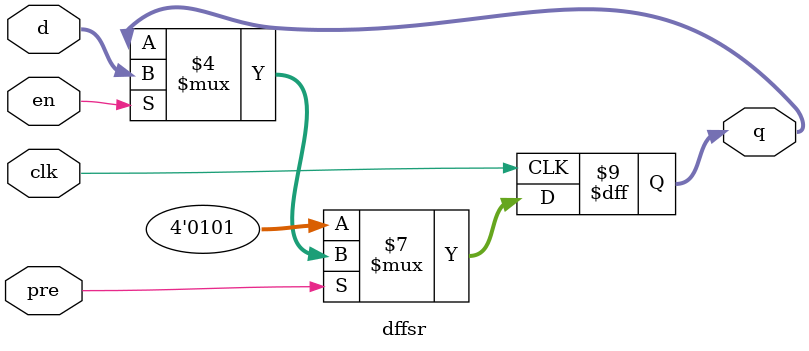
<source format=v>
module dff
    ( input [3:0] d, input clk, clr, output reg [3:0] q );
    initial begin
      q = 4'b0000;
    end
	always @( posedge clk )
		if ( clr )
			q <= 4'b0110;
		else
            q <= d;
endmodule

module adff
    ( input [3:0] d, input clk, clr, output reg [3:0] q );
    initial begin
      q = 4'b0000;
    end
	always @( posedge clk, posedge clr )
		if ( clr )
			q <= 4'b0110;
		else
            q <= d;
endmodule

module dffe
    ( input [3:0] d, input clk, en, output reg [3:0] q );
    initial begin
      q = 4'b0010;
    end
	always @( posedge clk)
		if ( en )
			q <= d;
endmodule

module dffsr
    ( input [3:0] d, input clk, en, pre, output reg [3:0] q );
    initial begin
      q = 1;
    end
	always @( posedge clk )
		if ( !pre )
			q <= 4'b0101;
		else
			if ( en )
				q <= d;
endmodule

</source>
